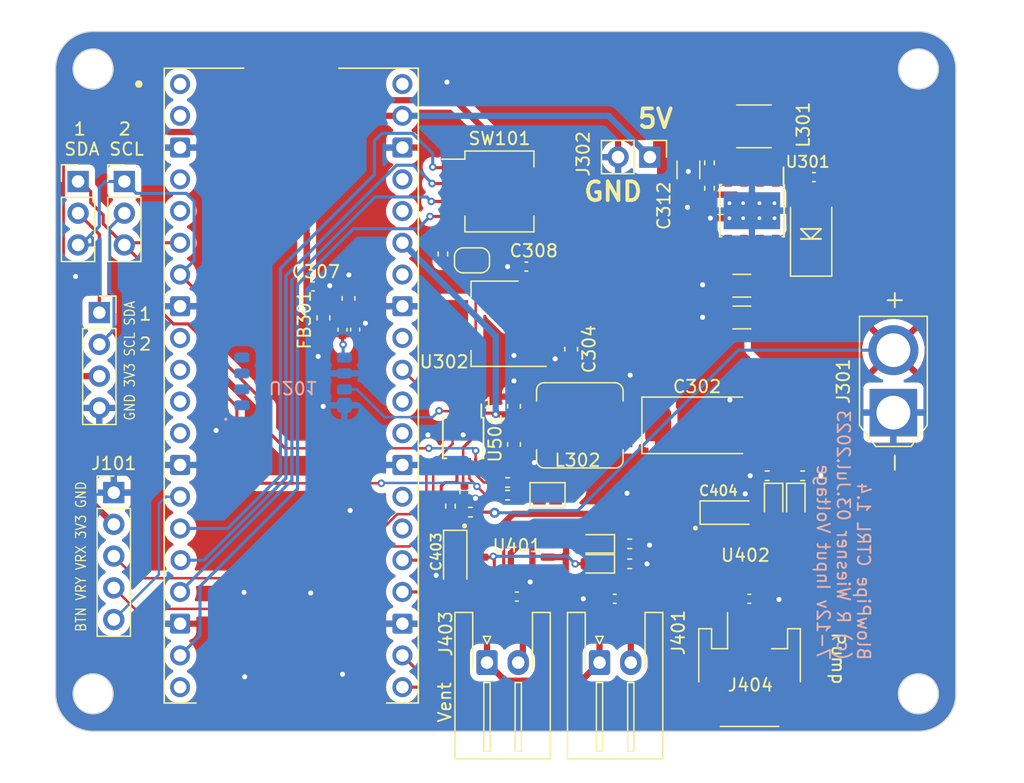
<source format=kicad_pcb>
(kicad_pcb (version 20221018) (generator pcbnew)
  (layers (0 "F.Cu" signal) (31 "B.Cu" signal) (34 "B.Paste" user) (35 "F.Paste" user) (36 "B.SilkS" user "B.Silkscreen") (37 "F.SilkS" user "F.Silkscreen") (38 "B.Mask" user) (39 "F.Mask" user) (44 "Edge.Cuts" user))
  (net 0 "")
  (net 1 "GND")
  (net 2 "/I2C0_SDA")
  (net 3 "/I2C0_SCL")
  (net 6 "/DIP0")
  (net 7 "/DIP1")
  (net 8 "+3.3VA")
  (net 9 "+12V")
  (net 10 "+5V")
  (net 11 "+3.3V")
  (net 12 "+5VA")
  (net 13 "/Power Input/5Vvar")
  (net 14 "/SW_PUMP_1")
  (net 15 "/VRX")
  (net 16 "/VRY")
  (net 17 "/BTN")
  (net 18 "/Pressure1")
  (net 19 "/ADCrdy")
  (net 20 "/SW_PUMP_0")
  (net 21 "/SW_AIRSWITCH_0")
  (net 22 "/SW_AIRSWITCH_1")
  (net 23 "/DIP2")
  (net 24 "/DIP3")
  (net 35 "/Switch x2/MOTO11LED")
  (net 36 "/Switch x2/MOTO21LED")
  (net 37 "/Switch x2/MOTO12LED")
  (net 38 "/Switch x2/MOTO22LED")
  (net 39 "/Switch x2/Mout_1_1")
  (net 40 "/Switch x2/Mout_1_2")
  (net 41 "/Switch x2/Mout_2_1")
  (net 42 "/Switch x2/Mout_2_2")
  (net 43 "/ADC_I2C/ADS_addrSel")
  (net 44 "/ADC_I2C/i2cpull_sup")
  (net 45 "/ADC_I2C/ANin3")
  (net 50 "Net-(U301-BOOT)")
  (net 54 "/Power Input/Vsense")
  (net 55 "/EN_B")
  (net 56 "/EN_A")
  (net 57 "/display/vA")
  (net 58 "/display/vB")
  (footprint "LED_SMD:LED_0603_1608Metric" (layer "F.Cu") (at 117.8 83.64 -90)
    (fp_text reference "D404" hide)
    (fp_text value "LED")
  )
  (footprint "Resistor_SMD:R_0402_1005Metric" (layer "F.Cu") (at 94.752 82.088 180)
    (fp_text reference "R503" hide)
    (fp_text value "2K")
  )
  (footprint "Capacitor_Tantalum_SMD:CP_EIA-7343-31_Kemet-D" (layer "F.Cu") (at 109.898 77.516)
    (fp_text reference "C302")
    (fp_text value "220uF")
  )
  (footprint "LED_SMD:LED_0603_1608Metric" (layer "F.Cu") (at 101.8125 88.6 180)
    (fp_text reference "D403" hide)
    (fp_text value "LED")
  )
  (footprint "Inductor_SMD:L_0603_1608Metric" (layer "F.Cu") (at 80.02 68.9183 -90)
    (fp_text reference "FB301")
    (fp_text value "FerriteBead")
  )
  (footprint "Resistor_SMD:R_0402_1005Metric" (layer "F.Cu") (at 89.5748 63.8028 90)
    (fp_text reference "R501" hide)
    (fp_text value "2K")
  )
  (footprint "Capacitor_SMD:C_0603_1608Metric" (layer "F.Cu") (at 95.26 79.04 -90)
    (fp_text reference "C305" hide)
    (fp_text value "1uF")
  )
  (footprint "Package_TO_SOT_SMD:SOT-223" (layer "F.Cu") (at 93.736 69.388 180)
    (fp_text reference "U302")
    (fp_text value "AMS1117-3.3")
  )
  (footprint "Capacitor_SMD:C_0402_1005Metric" (layer "F.Cu") (at 114.08 91.4 180)
    (fp_text reference "C402" hide)
    (fp_text value "100nF")
  )
  (footprint "Connector_PinSocket_2.54mm:PinSocket_1x04_P2.54mm_Vertical" (layer "F.Cu") (at 62.1 68.5)
    (fp_text reference "J501" hide)
    (fp_text value "I2Cdisp1")
  )
  (footprint "Capacitor_SMD:C_0402_1005Metric" (layer "F.Cu") (at 82.56 69.858 90)
    (fp_text reference "C201" hide)
    (fp_text value "100nF")
  )
  (footprint "Connector_JST:JST_PH_S2B-PH-SM4-TB_1x02-1MP_P2.00mm_Horizontal" (layer "F.Cu") (at 114.1 97.1)
    (fp_text reference "J404")
    (fp_text value "Pump")
  )
  (footprint "Capacitor_SMD:C_0402_1005Metric" (layer "F.Cu") (at 103.32 91.4 180)
    (fp_text reference "C405" hide)
    (fp_text value "100nF")
  )
  (footprint "Capacitor_SMD:C_1206_3216Metric" (layer "F.Cu") (at 113.4836 66.3448 180)
    (fp_text reference "C310" hide)
    (fp_text value "10uF")
  )
  (footprint "Jumper:SolderJumper-2_P1.3mm_Open_RoundedPad1.0x1.5mm" (layer "F.Cu") (at 91.9012 64.3128)
    (fp_text reference "JP501" hide)
    (fp_text value "ADS_ADDR")
  )
  (footprint "Connector_JST:JST_XH_S2B-XH-A-1_1x02_P2.50mm_Horizontal" (layer "F.Cu") (at 102.1 96.5)
    (fp_text reference "J401")
    (fp_text value "Valve")
  )
  (footprint "Resistor_SMD:R_0402_1005Metric" (layer "F.Cu") (at 118.34 81.55)
    (fp_text reference "R404" hide)
    (fp_text value "510R")
  )
  (footprint "Connector_PinHeader_2.54mm:PinHeader_1x03_P2.54mm_Vertical" (layer "F.Cu") (at 60.4 58)
    (fp_text reference "J503" hide)
    (fp_text value "Conn_01x03_Pin")
  )
  (footprint "Capacitor_SMD:C_1206_3216Metric" (layer "F.Cu") (at 113.4836 68.8848 180)
    (fp_text reference "C301" hide)
    (fp_text value "10uF")
  )
  (footprint "Package_SO:TI_SO-PowerPAD-8_ThermalVias" (layer "F.Cu") (at 114.289 60.3428 -90)
    (fp_text reference "U301")
    (fp_text value "TPS5430DDA")
  )
  (footprint "Resistor_SMD:R_0402_1005Metric" (layer "F.Cu") (at 94.752 83.104 180)
    (fp_text reference "R502" hide)
    (fp_text value "2K")
  )
  (footprint "Capacitor_SMD:C_0402_1005Metric" (layer "F.Cu") (at 119.249 57.6538)
    (fp_text reference "C311" hide)
    (fp_text value "10nF")
  )
  (footprint "Capacitor_SMD:C_0402_1005Metric" (layer "F.Cu") (at 95.4912 91.2194 180)
    (fp_text reference "C401" hide)
    (fp_text value "100nF")
  )
  (footprint "Capacitor_SMD:C_0603_1608Metric" (layer "F.Cu") (at 95.262 75.992 90)
    (fp_text reference "C306" hide)
    (fp_text value "10uF")
  )
  (footprint "Capacitor_Tantalum_SMD:CP_EIA-3216-18_Kemet-A" (layer "F.Cu") (at 90.561 88.226 -90)
    (fp_text reference "C403")
    (fp_text value "10uF")
  )
  (footprint "Capacitor_SMD:C_0402_1005Metric" (layer "F.Cu") (at 79.1836 66.3956)
    (fp_text reference "C307")
    (fp_text value "1uF")
  )
  (footprint "Resistor_SMD:R_0402_1005Metric" (layer "F.Cu") (at 104.51 88.6)
    (fp_text reference "R403" hide)
    (fp_text value "510R")
  )
  (footprint "Capacitor_Tantalum_SMD:CP_EIA-3216-18_Kemet-A" (layer "F.Cu") (at 112.45 84.5)
    (fp_text reference "C404")
    (fp_text value "10uF")
  )
  (footprint "digikey:SOIC-10-1mm" (layer "F.Cu") (at 95.3073 88.0632)
    (fp_text reference "U401")
    (fp_text value "LV8548MC-AH")
  )
  (footprint "Capacitor_SMD:C_0603_1608Metric" (layer "F.Cu") (at 82.0266 67.3558 90)
    (fp_text reference "C303" hide)
    (fp_text value "10uF")
  )
  (footprint "Connector_PinHeader_2.54mm:PinHeader_1x03_P2.54mm_Vertical" (layer "F.Cu") (at 64.1 58)
    (fp_text reference "J504" hide)
    (fp_text value "Conn_01x03_Pin")
  )
  (footprint "Capacitor_SMD:C_0402_1005Metric" (layer "F.Cu") (at 91.3 82.88 -90)
    (fp_text reference "C501" hide)
    (fp_text value "100nF")
  )
  (footprint "Resistor_SMD:R_0402_1005Metric" (layer "F.Cu") (at 110.895 56.5128 -90)
    (fp_text reference "R301" hide)
    (fp_text value "10k")
  )
  (footprint "Package_SO:TSSOP-10_3x3mm_P0.5mm" (layer "F.Cu") (at 91.196 78.532 -90)
    (fp_text reference "U501")
    (fp_text value "ADS1015IDGS")
  )
  (footprint "Inductor_SMD:L_1812_4532Metric" (layer "F.Cu") (at 114.451 53.5898 180)
    (fp_text reference "L301")
    (fp_text value "FHW1812IF1R8JST")
  )
  (footprint "Resistor_SMD:R_0402_1005Metric" (layer "F.Cu") (at 91.7802 84.463 180)
    (fp_text reference "R101" hide)
    (fp_text value "6.04K")
  )
  (footprint "LED_SMD:LED_0603_1608Metric" (layer "F.Cu") (at 116.022 83.64 -90)
    (fp_text reference "D402" hide)
    (fp_text value "LED")
  )
  (footprint "Resistor_SMD:R_0402_1005Metric" (layer "F.Cu") (at 110.895 58.5448 -90)
    (fp_text reference "R302" hide)
    (fp_text value "3k24")
  )
  (footprint "Capacitor_SMD:C_0402_1005Metric" (layer "F.Cu") (at 96.248 64.816 180)
    (fp_text reference "C308")
    (fp_text value "100nF")
  )
  (footprint "digikey:SOIC-10-1mm" (layer "F.Cu") (at 113.77 88.2375)
    (fp_text reference "U402")
    (fp_text value "LV8548MC-AH")
  )
  (footprint "Connector_PinHeader_2.54mm:PinHeader_1x02_P2.54mm_Vertical" (layer "F.Cu") (at 106.125 56.05 -90)
    (fp_text reference "J302")
    (fp_text value "Conn_01x02_Pin")
  )
  (footprint "Diode_SMD:D_SMA" (layer "F.Cu") (at 119.023 62.0668 90)
    (fp_text reference "D301" hide)
    (fp_text value "B340A")
  )
  (footprint "Capacitor_SMD:C_1206_3216Metric" (layer "F.Cu") (at 109.209 57.072 -90)
    (fp_text reference "C312")
    (fp_text value "10uF")
  )
  (footprint "Button_Switch_SMD:SW_DIP_SPSTx04_Slide_Copal_CHS-04B_W7.62mm_P1.27mm" (layer "F.Cu") (at 94.096 58.801)
    (fp_text reference "SW101")
    (fp_text value "SW_DIP_x04")
  )
  (footprint "Jumper:SolderJumper-2_P1.3mm_Bridged_Pad1.0x1.5mm" (layer "F.Cu") (at 97.942 83.104)
    (fp_text reference "JP502" hide)
    (fp_text value "I2C_PULLUP")
  )
  (footprint "Capacitor_SMD:C_0603_1608Metric" (layer "F.Cu") (at 99.832 71.42 -90)
    (fp_text reference "C304")
    (fp_text value "10uF")
  )
  (footprint "Connector_AMASS:AMASS_XT30U-F_1x02_P5.0mm_Vertical" (layer "F.Cu") (at 125.6 76.5 90)
    (fp_text reference "J301")
    (fp_text value "Conn_01x02_Male")
  )
  (footprint "Connector_PinHeader_2.54mm:PinHeader_1x05_P2.54mm_Vertical" (layer "F.Cu") (at 63.256 82.9)
    (fp_text reference "J101")
    (fp_text value "Joystick")
  )
  (footprint "Connector_JST:JST_XH_S2B-XH-A-1_1x02_P2.50mm_Horizontal" (layer "F.Cu") (at 93.1 96.5)
    (fp_text reference "J403")
    (fp_text value "Valve")
  )
  (footprint "Capacitor_SMD:C_0402_1005Metric" (layer "F.Cu") (at 81.544 69.868 90)
    (fp_text reference "C309" hide)
    (fp_text value "100nF")
  )
  (footprint "LED_SMD:LED_0603_1608Metric" (layer "F.Cu") (at 101.8125 87 180)
    (fp_text reference "D401" hide)
    (fp_text value "LED")
  )
  (footprint "Resistor_SMD:R_0402_1005Metric" (layer "F.Cu") (at 115.51 81.55 180)
    (fp_text reference "R402" hide)
    (fp_text value "510R")
  )
  (footprint "PicoW:MODULE_SC0918" (layer "F.Cu") (at 77.447 74.337)
    (fp_text reference "A101" hide)
    (fp_text value "SC0918")
  )
  (footprint "Resistor_SMD:R_0402_1005Metric" (layer "F.Cu") (at 104.51 87)
    (fp_text reference "R401" hide)
    (fp_text value "510R")
  )
  (footprint "Resistor_SMD:R_0402_1005Metric" (layer "F.Cu") (at 90.18 83.9824 90)
    (fp_text reference "R102" hide)
    (fp_text value "1.8K")
  )
  (footprint "Inductor_SMD:L_Bourns_SRP7028A_7.3x6.6mm" (layer "F.Cu") (at 100.525 77.516 180)
    (fp_text reference "L302")
    (fp_text value "SMMS0630-330M")
  )
  (footprint "digikey:PG-DSOF-8-16" (layer "B.Cu") (at 77.6 74)
    (fp_text reference "U201")
    (fp_text value "KP229E3518XTMA1" hide)
  )
  (gr_line (start 119 62.6) (end 119.8 61.8) (stroke (width 0.15)) (layer "F.SilkS"))
  (gr_line (start 119.8 62.6) (end 119 62.6) (stroke (width 0.15)) (layer "F.SilkS"))
  (gr_line (start 118.2 62.6) (end 119.8 62.6) (stroke (width 0.15)) (layer "F.SilkS"))
  (gr_line (start 119.8 61.8) (end 118.2 61.8) (stroke (width 0.15)) (layer "F.SilkS"))
  (gr_line (start 118.2 61.8) (end 119 62.6) (stroke (width 0.15)) (layer "F.SilkS"))
  (gr_arc (start 130.6 99) (mid 129.72132 101.12132) (end 127.6 102) (stroke (width 0.1)) (layer "Edge.Cuts"))
  (gr_circle (center 61.6 49) (end 63.2 49) (stroke (width 0.1)) (fill none) (layer "Edge.Cuts"))
  (gr_line (start 127.6 102) (end 61.6 102) (stroke (width 0.1)) (layer "Edge.Cuts"))
  (gr_arc (start 58.6 49) (mid 59.47868 46.87868) (end 61.6 46) (stroke (width 0.1)) (layer "Edge.Cuts"))
  (gr_arc (start 127.6 46) (mid 129.72132 46.87868) (end 130.6 49) (stroke (width 0.1)) (layer "Edge.Cuts"))
  (gr_line (start 130.6 49) (end 130.6 99) (stroke (width 0.1)) (layer "Edge.Cuts"))
  (gr_arc (start 61.6 102) (mid 59.47868 101.12132) (end 58.6 99) (stroke (width 0.1)) (layer "Edge.Cuts"))
  (gr_line (start 61.6 46) (end 127.6 46) (stroke (width 0.1)) (layer "Edge.Cuts"))
  (gr_circle (center 127.6 49) (end 129.2 49) (stroke (width 0.1)) (fill none) (layer "Edge.Cuts"))
  (gr_line (start 58.6 99) (end 58.6 49) (stroke (width 0.1)) (layer "Edge.Cuts"))
  (gr_circle (center 127.6 99) (end 129.2 99) (stroke (width 0.1)) (fill none) (layer "Edge.Cuts"))
  (gr_circle (center 61.6 99) (end 63.2 99) (stroke (width 0.1)) (fill none) (layer "Edge.Cuts"))
  (gr_text "BlowPipe CTRL 1.4\n(c) R Wiesner 03.Jul.2023\n7-12v Input Voltage" (at 121.6 96.4 270) (layer "B.SilkS") (effects (font (size 1 1)) (justify left mirror)))
  (gr_text " 1\nSDA" (at 59.2 56) (layer "F.SilkS") (effects (font (size 1 1)) (justify left bottom)))
  (gr_text " 2\nSCL" (at 62.8 56) (layer "F.SilkS") (effects (font (size 1 1)) (justify left bottom)))
  (gr_text "Vent" (at 90.307 101.3794 90) (layer "F.SilkS") (effects (font (size 1 1)) (justify left bottom)))
  (gr_text "1" (at 65.2 69.2) (layer "F.SilkS") (effects (font (size 1 1)) (justify left bottom)))
  (gr_text "BTN VRY VRX 3V3 GND" (at 61.1 94.1 90) (layer "F.SilkS") (effects (font (size 0.8 0.7) (thickness 0.1)) (justify left bottom)))
  (gr_text "GND" (at 100.7 59.69) (layer "F.SilkS") (effects (font (size 1.5 1.5) (thickness 0.3) bold) (justify left bottom)))
  (gr_text "1" (at 93.228 75.738) (layer "F.SilkS") (effects (font (size 0.8 0.8))))
  (gr_text "Pump" (at 120.6 94 -90) (layer "F.SilkS") (effects (font (size 1 1)) (justify left bottom)))
  (gr_text "5V" (at 105.018 53.848) (layer "F.SilkS") (effects (font (size 1.5 1.5) (thickness 0.3) bold) (justify left bottom)))
  (gr_text "2" (at 65.2 71.6) (layer "F.SilkS") (effects (font (size 1 1)) (justify left bottom)))
  (gr_text "GND 3V3 SCL SDA" (at 65 77.2 90) (layer "F.SilkS") (effects (font (size 0.8 0.7) (thickness 0.1)) (justify left bottom)))
  (segment (start 97.9773 90.0632) (end 96.5676 90.0632) (width 0.5) (layer "F.Cu") (net 1))
  (segment (start 113.8 83.05) (end 113.75 83) (width 0.5) (layer "F.Cu") (net 1))
  (segment (start 112.009 68.8848) (end 112.0086 68.8848) (width 0.5) (layer "F.Cu") (net 1))
  (segment (start 116.44 91.44) (end 116.45 91.45) (width 0.5) (layer "F.Cu") (net 1))
  (segment (start 83.3412 69.378) (end 83.3772 69.342) (width 0.5) (layer "F.Cu") (net 1))
  (segment (start 115.707 59.952) (end 114.945 59.952) (width 0.5) (layer "F.Cu") (net 1))
  (segment (start 113.076 61.476) (end 113 61.4) (width 0.5) (layer "F.Cu") (net 1))
  (segment (start 110.97 60.9428) (end 110.962 60.9346) (width 0.5) (layer "F.Cu") (net 1))
  (segment (start 96.5676 90.0632) (end 96.5554 90.051) (width 0.5) (layer "F.Cu") (net 1))
  (segment (start 118.85 81.55) (end 119.8 81.55) (width 0.5) (layer "F.Cu") (net 1))
  (segment (start 89.0954 89.576) (end 89.037 89.5176) (width 0.5) (layer "F.Cu") (net 1))
  (segment (start 82.0266 66.5808) (end 82.0266 65.511) (width 0.5) (layer "F.Cu") (net 1))
  (segment (start 99.832 72.195) (end 98.549 72.195) (width 0.5) (layer "F.Cu") (net 1))
  (segment (start 112.009 66.3448) (end 112.009 68.8848) (width 0.5) (layer "F.Cu") (net 1))
  (segment (start 82.532 69.388) (end 82.56 69.416) (width 0.5) (layer "F.Cu") (net 1))
  (segment (start 112.598 77.516) (end 112.598 75.55) (width 1) (layer "F.Cu") (net 1))
  (segment (start 112.489 60.9428) (end 110.97 60.9428) (width 0.5) (layer "F.Cu") (net 1))
  (segment (start 112.0086 66.3448) (end 112.009 66.3448) (width 0.5) (layer "F.Cu") (net 1))
  (segment (start 106 87) (end 106.1 87.1) (width 0.5) (layer "F.Cu") (net 1))
  (segment (start 95.26 79.815) (end 96.2 79.815) (width 0.5) (layer "F.Cu") (net 1))
  (segment (start 90.18 83.4724) (end 91.1876 83.4724) (width 0.25) (layer "F.Cu") (net 1))
  (segment (start 109.209 58.547) (end 109.209 59.9948) (width 0.5) (layer "F.Cu") (net 1))
  (segment (start 91.1876 83.4724) (end 91.3 83.36) (width 0.25) (layer "F.Cu") (net 1))
  (segment (start 82.56 69.378) (end 83.3412 69.378) (width 0.5) (layer "F.Cu") (net 1))
  (segment (start 114.945 59.952) (end 114.662 60.235) (width 0.5) (layer "F.Cu") (net 1))
  (segment (start 98.549 72.195) (end 97.393 72.195) (width 0.5) (layer "F.Cu") (net 1))
  (segment (start 105.02 88.6) (end 105.9 88.6) (width 0.5) (layer "F.Cu") (net 1))
  (segment (start 95.768 64.816) (end 94.752 64.816) (width 0.5) (layer "F.Cu") (net 1))
  (segment (start 95.5 71.688) (end 95.26 71.928) (width 0.5) (layer "F.Cu") (net 1))
  (segment (start 113.8 84.5) (end 113.8 83.05) (width 0.5) (layer "F.Cu") (net 1))
  (segment (start 112.0086 68.8848) (end 110.363 68.8848) (width 0.5) (layer "F.Cu") (net 1))
  (segment (start 96.2 79.815) (end 96.8856 80.5006) (width 0.5) (layer "F.Cu") (net 1))
  (segment (start 109.209 59.9948) (end 109.133 60.071) (width 0.5) (layer "F.Cu") (net 1))
  (segment (start 82.0266 65.511) (end 82.0564 65.4812) (width 0.5) (layer "F.Cu") (net 1))
  (segment (start 97.393 72.195) (end 96.886 71.688) (width 0.5) (layer "F.Cu") (net 1))
  (segment (start 112.598 75.55) (end 112.532 75.484) (width 1) (layer "F.Cu") (net 1))
  (segment (start 91.196 76.382) (end 91.196 78.278) (width 0.2) (layer "F.Cu") (net 1))
  (segment (start 113.001 59.0548) (end 114.289 60.3428) (width 0.5) (layer "F.Cu") (net 1))
  (segment (start 115 81.55) (end 114.15 81.55) (width 0.5) (layer "F.Cu") (net 1))
  (segment (start 80.554 66.314) (end 80.528 66.34) (width 0.5) (layer "F.Cu") (net 1))
  (segment (start 92.1758 83.36) (end 92.1769 83.3611) (width 0.25) (layer "F.Cu") (net 1))
  (segment (start 90.561 89.576) (end 89.0954 89.576) (width 0.5) (layer "F.Cu") (net 1))
  (segment (start 95.262 75.217) (end 95.262 73.962) (width 0.5) (layer "F.Cu") (net 1))
  (segment (start 110.423 66.3448) (end 112.0086 66.3448) (width 0.5) (layer "F.Cu") (net 1))
  (segment (start 91.3 83.36) (end 92.1758 83.36) (width 0.25) (layer "F.Cu") (net 1))
  (segment (start 105.02 87) (end 106 87) (width 0.5) (layer "F.Cu") (net 1))
  (segment (start 96.886 71.688) (end 95.5 71.688) (width 0.5) (layer "F.Cu") (net 1))
  (segment (start 110.895 59.0548) (end 113.001 59.0548) (width 0.5) (layer "F.Cu") (net 1))
  (segment (start 115.707 59.698) (end 115.707 59.952) (width 0.5) (layer "F.Cu") (net 1))
  (segment (start 116.44 90.5) (end 116.44 91.44) (width 0.5) (layer "F.Cu") (net 1))
  (segment (start 95.262 73.962) (end 95.26 73.96) (width 0.5) (layer "F.Cu") (net 1))
  (via (at 112.532 75.484) (size 0.8) (drill 0.4) (layers "F.Cu" "B.Cu") (net 1))
  (via (at 109.2 57.2) (size 0.6) (drill 0.4) (layers "F.Cu" "B.Cu") (net 1))
  (via (at 110.347 66.2688) (size 0.8) (drill 0.4) (layers "F.Cu" "B.Cu") (net 1))
  (via (at 109.133 60.071) (size 0.8) (drill 0.4) (layers "F.Cu" "B.Cu") (net 1))
  (via (at 79.6 72) (size 0.6) (drill 0.4) (layers "F.Cu" "B.Cu") (net 1))
  (via (at 73.7252 97.6376) (size 0.6) (drill 0.4) (layers "F.Cu" "B.Cu") (net 1))
  (via (at 114.15 81.55) (size 0.8) (drill 0.4) (layers "F.Cu" "B.Cu") (net 1))
  (via (at 104.55 73.5) (size 0.6) (drill 0.4) (layers "F.Cu" "B.Cu") (net 1))
  (via (at 73.6744 90.8812) (size 0.6) (drill 0.4) (layers "F.Cu" "B.Cu") (net 1))
  (via (at 105.9 88.6) (size 0.8) (drill 0.4) (layers "F.Cu" "B.Cu") (net 1))
  (via (at 106.1 87.1) (size 0.8) (drill 0.4) (layers "F.Cu" "B.Cu") (net 1))
  (via (at 80.528 66.34) (size 0.8) (drill 0.4) (layers "F.Cu" "B.Cu") (net 1))
  (via (at 82.158 84.328) (size 0.6) (drill 0.4) (layers "F.Cu" "B.Cu") (net 1))
  (via (at 71.4392 77.9272) (size 0.6) (drill 0.4) (layers "F.Cu" "B.Cu") (net 1))
  (via (at 79.0084 90.932) (size 0.6) (drill 0.4) (layers "F.Cu" "B.Cu") (net 1))
  (via (at 94.752 64.816) (size 0.8) (drill 0.4) (layers "F.Cu" "B.Cu") (net 1))
  (via (at 82.0564 65.4812) (size 0.8) (drill 0.4) (layers "F.Cu" "B.Cu") (net 1))
  (via (at 95.26 71.928) (size 0.8) (drill 0.4) (layers "F.Cu" "B.Cu") (net 1))
  (via (at 80 76) (size 0.6) (drill 0.4) (layers "F.Cu" "B.Cu") (net 1))
  (via (at 110.347 68.8688) (size 0.8) (drill 0.4) (layers "F.Cu" "B.Cu") (net 1))
  (via (at 119.8 81.55) (size 0.8) (drill 0.4) (layers "F.Cu" "B.Cu") (net 1))
  (via (at 89.037 89.5176) (size 0.8) (drill 0.4) (layers "F.Cu" "B.Cu") (net 1))
  (via (at 98.549 72.195) (size 0.8) (drill 0.4) (layers "F.Cu" "B.Cu") (net 1))
  (via (at 92.1769 83.3611) (size 0.6) (drill 0.4) (layers "F.Cu" "B.Cu") (net 1))
  (via (at 83.3772 69.342) (size 0.8) (drill 0.4) (layers "F.Cu" "B.Cu") (net 1))
  (via (at 95.26 73.96) (size 0.8) (drill 0.4) (layers "F.Cu" "B.Cu") (net 1))
  (via (at 116.45 91.45) (size 0.8) (drill 0.4) (layers "F.Cu" "B.Cu") (net 1))
  (via (at 60.2 65.6) (size 0.6) (drill 0.4) (layers "F.Cu" "B.Cu") (net 1))
  (via (at 89.9 50.05) (size 0.6) (drill 0.4) (layers "F.Cu" "B.Cu") (net 1))
  (via (at 96.8856 80.5006) (size 0.8) (drill 0.4) (layers "F.Cu" "B.Cu") (net 1))
  (via (at 88.3766 78.2828) (size 0.6) (drill 0.4) (layers "F.Cu" "B.Cu") (net 1))
  (via (at 104.3 82.95) (size 0.6) (drill 0.4) (layers "F.Cu" "B.Cu") (net 1))
  (via (at 96.5554 90.051) (size 0.6) (drill 0.4) (layers "F.Cu" "B.Cu") (net 1))
  (via (at 110.962 60.9346) (size 0.8) (drill 0.4) (layers "F.Cu" "B.Cu") (net 1))
  (via (at 81.5484 97.4344) (size 0.6) (drill 0.4) (layers "F.Cu" "B.Cu") (net 1))
  (via (at 100.8 91.4) (size 0.6) (drill 0.4) (layers "F.Cu" "B.Cu") (net 1))
  (via (at 91.196 78.278) (size 0.8) (drill 0.4) (layers "F.Cu" "B.Cu") (net 1))
  (via (at 113.75 83) (size 0.8) (drill 0.4) (layers "F.Cu" "B.Cu") (net 1))
  (segment (start 91.196 78.278) (end 88.3814 78.278) (width 0.2) (layer "B.Cu") (net 1))
  (segment (start 88.3814 78.278) (end 88.3766 78.2828) (width 0.2) (layer "B.Cu") (net 1))
  (segment (start 73.1 76.019) (end 73.1 80.5) (width 0.25) (layer "F.Cu") (net 2))
  (segment (start 93.004 83.104) (end 92.3 82.4) (width 0.2) (layer "F.Cu") (net 2))
  (segment (start 61.0054 58.4054) (end 60.6 58) (width 0.25) (layer "F.Cu") (net 2))
  (segment (start 66.8 68.1725) (end 68.0275 69.4) (width 0.25) (layer "F.Cu") (net 2))
  (segment (start 73.1 80.5) (end 74.75 82.15) (width 0.25) (layer "F.Cu") (net 2))
  (segment (start 60.8054 58.4054) (end 60.4 58) (width 0.25) (layer "F.Cu") (net 2))
  (segment (start 62.4108 60.6892) (end 61.4108 59.6892) (width 0.25) (layer "F.Cu") (net 2))
  (segment (start 61.4108 59.6892) (end 61.4108 58.8108) (width 0.25) (layer "F.Cu") (net 2))
  (segment (start 64.1 63.08) (end 62.4108 61.3908) (width 0.25) (layer "F.Cu") (net 2))
  (segment (start 66.8 65.78) (end 66.8 68.1725) (width 0.25) (layer "F.Cu") (net 2))
  (segment (start 68.0275 69.4) (end 69.2 69.4) (width 0.25) (layer "F.Cu") (net 2))
  (segment (start 70.5405 73.4595) (end 73.1 76.019) (width 0.25) (layer "F.Cu") (net 2))
  (segment (start 69.2 69.4) (end 70.5405 70.7405) (width 0.25) (layer "F.Cu") (net 2))
  (segment (start 74.75 82.15) (end 77.58 82.15) (width 0.25) (layer "F.Cu") (net 2))
  (segment (start 62.4108 61.3908) (end 62.4108 60.6892) (width 0.25) (layer "F.Cu") (net 2))
  (segment (start 61.0054 58.4054) (end 60.8054 58.4054) (width 0.25) (layer "F.Cu") (net 2))
  (segment (start 91.696 80.682) (end 91.696 81.796) (width 0.2) (layer "F.Cu") (net 2))
  (segment (start 68.557 62.907) (end 64.273 62.907) (width 0.25) (layer "F.Cu") (net 2))
  (segment (start 70.5405 70.7405) (end 70.5405 73.4595) (width 0.25) (layer "F.Cu") (net 2))
  (segment (start 91.696 81.796) (end 92.3 82.4) (width 0.2) (layer "F.Cu") (net 2))
  (segment (start 64.1 63.08) (end 66.8 65.78) (width 0.25) (layer "F.Cu") (net 2))
  (segment (start 61.4108 58.8108) (end 61.0054 58.4054) (width 0.25) (layer "F.Cu") (net 2))
  (segment (start 94.242 83.104) (end 93.004 83.104) (width 0.2) (layer "F.Cu") (net 2))
  (segment (start 77.58 82.15) (end 84.65 82.15) (width 0.2) (layer "F.Cu") (net 2))
  (segment (start 64.273 62.907) (end 64.1 63.08) (width 0.25) (layer "F.Cu") (net 2))
  (via (at 84.65 82.15) (size 0.6) (drill 0.3) (layers "F.Cu" "B.Cu") (net 2))
  (via (at 92.3 82.4) (size 0.6) (drill 0.3) (layers "F.Cu" "B.Cu") (net 2))
  (segment (start 84.673 82.127) (end 92.027 82.127) (width 0.2) (layer "B.Cu") (net 2))
  (segment (start 84.65 82.15) (end 84.673 82.127) (width 0.2) (layer "B.Cu") (net 2))
  (segment (start 92.027 82.127) (end 92.3 82.4) (width 0.2) (layer "B.Cu") (net 2))
  (segment (start 92.196 79.554) (end 92.2 79.55) (width 0.2) (layer "F.Cu") (net 3))
  (segment (start 92.196 81.4356) (end 92.8484 82.088) (width 0.2) (layer "F.Cu") (net 3))
  (segment (start 71.2105 68.1005) (end 71.2105 71.5895) (width 0.25) (layer "F.Cu") (net 3))
  (segment (start 68.557 65.447) (end 71.2105 68.1005) (width 0.25) (layer "F.Cu") (net 3))
  (segment (start 92.8484 82.088) (end 94.242 82.088) (width 0.2) (layer "F.Cu") (net 3))
  (segment (start 76.95 79.35) (end 77.1 79.35) (width 0.25) (layer "F.Cu") (net 3))
  (segment (start 77.1 79.35) (end 88.45 79.35) (width 0.2) (layer "F.Cu") (net 3))
  (segment (start 75.6 78) (end 76.95 79.35) (width 0.25) (layer "F.Cu") (net 3))
  (segment (start 92.196 80.682) (end 92.196 81.4356) (width 0.2) (layer "F.Cu") (net 3))
  (segment (start 75.6 75.979) (end 75.6 78) (width 0.25) (layer "F.Cu") (net 3))
  (segment (start 71.2105 71.5895) (end 75.6 75.979) (width 0.25) (layer "F.Cu") (net 3))
  (segment (start 92.196 80.682) (end 92.196 79.554) (width 0.2) (layer "F.Cu") (net 3))
  (via (at 92.2 79.55) (size 0.6) (drill 0.3) (layers "F.Cu" "B.Cu") (net 3))
  (via (at 88.45 79.35) (size 0.6) (drill 0.3) (layers "F.Cu" "B.Cu") (net 3))
  (segment (start 88.45 79.35) (end 92 79.35) (width 0.2) (layer "B.Cu") (net 3))
  (segment (start 92 79.35) (end 92.2 79.55) (width 0.2) (layer "B.Cu") (net 3))
  (segment (start 62.1 61.58) (end 62.1 58.5) (width 0.25) (layer "B.Cu") (net 3))
  (segment (start 69.052 58.952) (end 69.682 59.582) (width 0.25) (layer "B.Cu") (net 3))
  (segment (start 69.682 59.582) (end 69.682 64.322) (width 0.25) (layer "B.Cu") (net 3))
  (segment (start 69.682 64.322) (end 68.557 65.447) (width 0.25) (layer "B.Cu") (net 3))
  (segment (start 65.052 58.952) (end 69.052 58.952) (width 0.25) (layer "B.Cu") (net 3))
  (segment (start 61.35 62.33) (end 62.1 61.58) (width 0.25) (layer "B.Cu") (net 3))
  (segment (start 61.5751 62.5551) (end 61.5751 63.08) (width 0.25) (layer "B.Cu") (net 3))
  (segment (start 60.4 63.08) (end 61.5751 63.08) (width 0.25) (layer "B.Cu") (net 3))
  (segment (start 61.35 62.33) (end 61.5751 62.5551) (width 0.25) (layer "B.Cu") (net 3))
  (segment (start 64.1 58) (end 65.052 58.952) (width 0.25) (layer "B.Cu") (net 3))
  (segment (start 62.1 58.5) (end 62.6 58) (width 0.25) (layer "B.Cu") (net 3))
  (segment (start 62.6 58) (end 64.1 58) (width 0.25) (layer "B.Cu") (net 3))
  (segment (start 60.6 63.08) (end 61.35 62.33) (width 0.25) (layer "B.Cu") (net 3))
  (segment (start 88.8128 56.896) (end 88.762 56.8452) (width 0.25) (layer "F.Cu") (net 6))
  (segment (start 90.286 56.896) (end 88.8128 56.896) (width 0.25) (layer "F.Cu") (net 6))
  (via (at 88.762 56.8452) (size 0.6) (drill 0.3) (layers "F.Cu" "B.Cu") (net 6))
  (segment (start 76.5772 79.9728) (end 76.5772 64.966) (width 0.25) (layer "B.Cu") (net 6))
  (segment (start 84.7 54.15) (end 87.1425 54.15) (width 0.25) (layer "B.Cu") (net 6))
  (segment (start 76.575 79.975) (end 76.5772 79.9728) (width 0.25) (layer "B.Cu") (net 6))
  (segment (start 84.1 54.75) (end 84.7 54.15) (width 0.25) (layer "B.Cu") (net 6))
  (segment (start 68.557 85.767) (end 72.3642 85.767) (width 0.25) (layer "B.Cu") (net 6))
  (segment (start 84.1 57.4432) (end 84.1 54.75) (width 0.25) (layer "B.Cu") (net 6))
  (segment (start 87.1425 54.15) (end 88.762 55.7695) (width 0.25) (layer "B.Cu") (net 6))
  (segment (start 76.5772 64.966) (end 84.1 57.4432) (width 0.25) (layer "B.Cu") (net 6))
  (segment (start 88.762 55.7695) (end 88.762 56.8452) (width 0.25) (layer "B.Cu") (net 6))
  (segment (start 76.575 81.5562) (end 76.575 79.975) (width 0.25) (layer "B.Cu") (net 6))
  (segment (start 72.3642 85.767) (end 76.575 81.5562) (width 0.25) (layer "B.Cu") (net 6))
  (segment (start 90.286 58.166) (end 88.7112 58.166) (width 0.25) (layer "F.Cu") (net 7))
  (via (at 88.7112 58.166) (size 0.6) (drill 0.3) (layers "F.Cu" "B.Cu") (net 7))
  (segment (start 85.871 56.702) (end 87.2472 56.702) (width 0.25) (layer "B.Cu") (net 7))
  (segment (start 70.4606 88.307) (end 77.0272 81.7404) (width 0.25) (layer "B.Cu") (net 7))
  (segment (start 77.0272 65.5458) (end 85.871 56.702) (width 0.25) (layer "B.Cu") (net 7))
  (segment (start 77.0272 81.7404) (end 77.0272 65.5458) (width 0.25) (layer "B.Cu") (net 7))
  (segment (start 68.5989 88.307) (end 70.4606 88.307) (width 0.25) (layer "B.Cu") (net 7))
  (segment (start 87.2472 56.702) (end 88.7112 58.166) (width 0.25) (layer "B.Cu") (net 7))
  (segment (start 91.196 80.682) (end 91.196 82.396) (width 0.2) (layer "F.Cu") (net 8))
  (segment (start 95.262 77.514) (end 95.262 78.263) (width 0.25) (layer "F.Cu") (net 8))
  (segment (start 93.7868 76.6398) (end 93.6852 76.5382) (width 0.25) (layer "F.Cu") (net 8))
  (segment (start 91.198 82.398) (end 91.2 82.4) (width 0.2) (layer "F.Cu") (net 8))
  (segment (start 95.262 76.767) (end 95.262 77.514) (width 0.25) (layer "F.Cu") (net 8))
  (segment (start 91.196 82.396) (end 91.198 82.398) (width 0.2) (layer "F.Cu") (net 8))
  (segment (start 91.5497 78.9497) (end 91.5463 78.9497) (width 0.25) (layer "F.Cu") (net 8))
  (segment (start 95.1348 76.6398) (end 95.262 76.767) (width 0.5) (layer "F.Cu") (net 8))
  (segment (start 91.198 82.398) (end 91.298 82.398) (width 0.25) (layer "F.Cu") (net 8))
  (segment (start 97.8 77.516) (end 95.264 77.516) (width 0.5) (layer "F.Cu") (net 8))
  (segment (start 92.733 77.7663) (end 91.5497 78.9497) (width 0.25) (layer "F.Cu") (net 8))
  (segment (start 92.733 76.5382) (end 92.733 77.7663) (width 0.25) (layer "F.Cu") (net 8))
  (segment (start 91.196 80.682) (end 91.196 79.3) (width 0.2) (layer "F.Cu") (net 8))
  (segment (start 91.298 82.398) (end 91.3 82.4) (width 0.25) (layer "F.Cu") (net 8))
  (segment (start 93.6852 76.5382) (end 92.733 76.5382) (width 0.25) (layer "F.Cu") (net 8))
  (segment (start 95.26 78.265) (end 95.26 76.769) (width 0.5) (layer "F.Cu") (net 8))
  (segment (start 95.262 77.514) (end 95.264 77.516) (width 0.25) (layer "F.Cu") (net 8))
  (segment (start 93.7868 76.6398) (end 95.1348 76.6398) (width 0.5) (layer "F.Cu") (net 8))
  (segment (start 91.5463 78.9497) (end 91.196 79.3) (width 0.25) (layer "F.Cu") (net 8))
  (segment (start 95.26 76.769) (end 95.262 76.767) (width 0.5) (layer "F.Cu") (net 8))
  (segment (start 95.262 78.263) (end 95.26 78.265) (width 0.25) (layer "F.Cu") (net 8))
  (via (at 93.7868 76.6398) (size 0.6) (drill 0.3) (layers "F.Cu" "B.Cu") (net 8))
  (segment (start 86.337 62.907) (end 93.8 70.37) (width 0.5) (layer "B.Cu") (net 8))
  (segment (start 93.8 70.37) (end 93.8 76.6266) (width 0.5) (layer "B.Cu") (net 8))
  (segment (start 93.8 76.6266) (end 93.7868 76.6398) (width 0.5) (layer "B.Cu") (net 8))
  (segment (start 92.2902 84.463) (end 93.6598 84.463) (width 0.25) (layer "F.Cu") (net 9))
  (segment (start 93.6598 84.463) (end 93.7106 84.5138) (width 0.25) (layer "F.Cu") (net 9))
  (via (at 93.7106 84.5138) (size 0.8) (drill 0.4) (layers "F.Cu" "B.Cu") (net 9))
  (segment (start 96.3268 84.5138) (end 96.5046 84.336) (width 0.25) (layer "B.Cu") (net 9))
  (segment (start 96.5046 84.336) (end 100.365 84.336) (width 0.25) (layer "B.Cu") (net 9))
  (segment (start 93.7106 84.5138) (end 96.3268 84.5138) (width 0.25) (layer "B.Cu") (net 9))
  (segment (start 113.201 71.5) (end 125.6 71.5) (width 0.25) (layer "B.Cu") (net 9))
  (segment (start 100.365 84.336) (end 113.201 71.5) (width 0.25) (layer "B.Cu") (net 9))
  (segment (start 107.198 55.597) (end 106.578 55.597) (width 0.5) (layer "F.Cu") (net 10))
  (segment (start 111.1 84.5) (end 111.1 86.2375) (width 0.5) (layer "F.Cu") (net 10))
  (segment (start 109.209 55.597) (end 107.198 55.597) (width 0.5) (layer "F.Cu") (net 10))
  (segment (start 78.6738 67.8514) (end 78.6738 62.1757) (width 0.5) (layer "F.Cu") (net 10))
  (segment (start 106.8 84.6) (end 111 84.6) (width 0.5) (layer "F.Cu") (net 10))
  (segment (start 90.561 86.876) (end 91.3738 86.0632) (width 0.5) (layer "F.Cu") (net 10))
  (segment (start 78.7036 62.2055) (end 78.7036 66.3956) (width 0.5) (layer "F.Cu") (net 10))
  (segment (start 95.2 84.6) (end 106.8 84.6) (width 0.5) (layer "F.Cu") (net 10))
  (segment (start 107.198 77.516) (end 107.198 74.4668) (width 1) (layer "F.Cu") (net 10))
  (segment (start 80.02 68.1308) (end 78.9532 68.1308) (width 0.5) (layer "F.Cu") (net 10))
  (segment (start 96.886 64.974) (end 96.728 64.816) (width 0.5) (layer "F.Cu") (net 10))
  (segment (start 82.0266 68.1308) (end 80.02 68.1308) (width 0.5) (layer "F.Cu") (net 10))
  (segment (start 107.198 53.6194) (end 107.198 55.597) (width 1) (layer "F.Cu") (net 10))
  (segment (start 107.198 55.597) (end 107.198 67.056) (width 1) (layer "F.Cu") (net 10))
  (segment (start 78.6738 56.5) (end 82.4268 52.747) (width 0.5) (layer "F.Cu") (net 10))
  (segment (start 106.578 55.597) (end 106.125 56.05) (width 0.5) (layer "F.Cu") (net 10))
  (segment (start 96.886 67.088) (end 107.166 67.088) (width 1) (layer "F.Cu") (net 10))
  (segment (start 106.786 74.8788) (end 106.786 77.516) (width 0.5) (layer "F.Cu") (net 10))
  (segment (start 107.198 74.4668) (end 107.198 67.056) (width 1) (layer "F.Cu") (net 10))
  (segment (start 107.198 74.4668) (end 106.786 74.8788) (width 0.5) (layer "F.Cu") (net 10))
  (segment (start 78.9532 68.1308) (end 78.6738 67.8514) (width 0.5) (layer "F.Cu") (net 10))
  (segment (start 106.786 77.516) (end 106.786 84.5855) (width 0.5) (layer "F.Cu") (net 10))
  (segment (start 96.886 67.088) (end 96.886 64.974) (width 0.5) (layer "F.Cu") (net 10))
  (segment (start 82.4268 52.747) (end 86.337 52.747) (width 0.5) (layer "F.Cu") (net 10))
  (segment (start 78.6738 62.1757) (end 78.6738 56.5) (width 0.5) (layer "F.Cu") (net 10))
  (segment (start 111 84.6) (end 111.1 84.5) (width 0.5) (layer "F.Cu") (net 10))
  (segment (start 78.6738 62.1757) (end 78.7036 62.2055) (width 0.5) (layer "F.Cu") (net 10))
  (segment (start 106.7855 77.516) (end 106.786 77.516) (width 0.5) (layer "F.Cu") (net 10))
  (segment (start 92.6373 86.0632) (end 93.7368 86.0632) (width 0.5) (layer "F.Cu") (net 10))
  (segment (start 91.3738 86.0632) (end 92.6373 86.0632) (width 0.5) (layer "F.Cu") (net 10))
  (segment (start 93.7368 86.0632) (end 95.2 84.6) (width 0.5) (layer "F.Cu") (net 10))
  (segment (start 106.786 84.5855) (end 106.8 84.6) (width 0.5) (layer "F.Cu") (net 10))
  (segment (start 107.166 67.088) (end 107.198 67.056) (width 1) (layer "F.Cu") (net 10))
  (segment (start 106.125 56.05) (end 102.822 52.747) (width 0.5) (layer "B.Cu") (net 10))
  (segment (start 102.822 52.747) (end 86.337 52.747) (width 0.5) (layer "B.Cu") (net 10))
  (segment (start 92.5512 64.3128) (end 93.7588 64.3128) (width 0.5) (layer "F.Cu") (net 11))
  (segment (start 75.3 51.497) (end 72.76 54.037) (width 0.5) (layer "F.Cu") (net 11))
  (segment (start 96.824 69.45) (end 96.886 69.388) (width 0.5) (layer "F.Cu") (net 11))
  (segment (start 98.575 69.388) (end 98.575 70.5822) (width 0.5) (layer "F.Cu") (net 11))
  (segment (start 72.76 54.037) (end 67.6878 54.037) (width 0.5) (layer "F.Cu") (net 11))
  (segment (start 67.6508 54) (end 60.6 54) (width 0.5) (layer "F.Cu") (net 11))
  (segment (start 103.25 77.516) (end 100.886 77.516) (width 0.5) (layer "F.Cu") (net 11))
  (segment (start 93.7588 64.3128) (end 93.7588 54.7158) (width 0.5) (layer "F.Cu") (net 11))
  (segment (start 101.356 74.722) (end 102.996 74.722) (width 1) (layer "F.Cu") (net 11))
  (segment (start 100.289 78.113) (end 100.289 82.7866) (width 0.5) (layer "F.Cu") (net 11))
  (segment (start 93.7588 54.7158) (end 90.54 51.497) (width 0.5) (layer "F.Cu") (net 11))
  (segment (start 60.6 54) (end 59.1 55.5) (width 0.5) (layer "F.Cu") (net 11))
  (segment (start 98.6386 70.645) (end 99.832 70.645) (width 0.5) (layer "F.Cu") (net 11))
  (segment (start 59.1 81.284) (end 63.256 85.44) (width 0.5) (layer "F.Cu") (net 11))
  (segment (start 93.7588 68.4876) (end 94.7212 69.45) (width 0.5) (layer "F.Cu") (net 11))
  (segment (start 93.7588 64.3128) (end 93.7588 68.4876) (width 0.5) (layer "F.Cu") (net 11))
  (segment (start 99.9718 83.104) (end 98.592 83.104) (width 0.5) (layer "F.Cu") (net 11))
  (segment (start 98.575 70.5822) (end 98.6382 70.6454) (width 0.5) (layer "F.Cu") (net 11))
  (segment (start 90.54 51.497) (end 75.3 51.497) (width 0.5) (layer "F.Cu") (net 11))
  (segment (start 103.25 74.976) (end 103.25 77.516) (width 1) (layer "F.Cu") (net 11))
  (segment (start 100.886 77.516) (end 100.289 78.113) (width 0.5) (layer "F.Cu") (net 11))
  (segment (start 98.6382 70.6454) (end 98.6386 70.645) (width 0.5) (layer "F.Cu") (net 11))
  (segment (start 102.996 74.722) (end 103.25 74.976) (width 1) (layer "F.Cu") (net 11))
  (segment (start 101.356 71.153) (end 101.356 74.722) (width 1) (layer "F.Cu") (net 11))
  (segment (start 99.832 70.645) (end 100.848 70.645) (width 1) (layer "F.Cu") (net 11))
  (segment (start 100.848 70.645) (end 101.356 71.153) (width 1) (layer "F.Cu") (net 11))
  (segment (start 59.1 55.5) (end 59.1 73.5) (width 0.5) (layer "F.Cu") (net 11))
  (segment (start 100.289 82.7866) (end 99.9718 83.104) (width 0.5) (layer "F.Cu") (net 11))
  (segment (start 94.7212 69.45) (end 96.824 69.45) (width 0.5) (layer "F.Cu") (net 11))
  (segment (start 96.886 69.388) (end 98.575 69.388) (width 0.5) (layer "F.Cu") (net 11))
  (segment (start 67.6878 54.037) (end 67.6508 54) (width 0.5) (layer "F.Cu") (net 11))
  (segment (start 62.1 73.58) (end 59.18 73.58) (width 0.5) (layer "F.Cu") (net 11))
  (segment (start 59.18 73.58) (end 59.1 73.5) (width 0.5) (layer "F.Cu") (net 11))
  (segment (start 59.1 73.5) (end 59.1 81.284) (width 0.5) (layer "F.Cu") (net 11))
  (segment (start 80.02 69.7058) (end 80.02 70.2644) (width 0.25) (layer "F.Cu") (net 12))
  (segment (start 81.544 71.001) (end 81.5948 71.0518) (width 0.25) (layer "F.Cu") (net 12))
  (segment (start 80.1036 70.348) (end 81.544 70.348) (width 0.25) (layer "F.Cu") (net 12))
  (segment (start 81.544 70.348) (end 82.532 70.348) (width 0.25) (layer "F.Cu") (net 12))
  (segment (start 82.532 70.348) (end 82.55 70.348) (width 0.25) (layer "F.Cu") (net 12))
  (segment (start 80.02 70.2644) (end 80.1036 70.348) (width 0.25) (layer "F.Cu") (net 12))
  (segment (start 82.55 70.348) (end 82.56 70.338) (width 0.25) (layer "F.Cu") (net 12))
  (segment (start 81.544 70.348) (end 81.544 71.001) (width 0.25) (layer "F.Cu") (net 12))
  (via (at 81.5948 71.0518) (size 0.6) (drill 0.3) (layers "F.Cu" "B.Cu") (net 12))
  (segment (start 81.6 71.99) (end 81.7 72.09) (width 0.5) (layer "B.Cu") (net 12))
  (segment (start 81.5948 71.0518) (end 81.5948 71.9848) (width 0.25) (layer "B.Cu") (net 12))
  (segment (start 81.5948 71.9848) (end 81.6 71.99) (width 0.25) (layer "B.Cu") (net 12))
  (segment (start 81.6 71.99) (end 81.7 72.09) (width 0.25) (layer "B.Cu") (net 12))
  (segment (start 114.388 85.6) (end 115 84.9882) (width 0.25) (layer "F.Cu") (net 14))
  (segment (start 111.1 87.2375) (end 109.462 87.2375) (width 0.25) (layer "F.Cu") (net 14))
  (segment (start 111.355 87.2375) (end 112.562 87.2375) (width 0.25) (layer "F.Cu") (net 14))
  (segment (start 112.562 87.2375) (end 114.2 85.6) (width 0.25) (layer "F.Cu") (net 14))
  (segment (start 111.355 87.2375) (end 111.1 87.2375) (width 0.25) (layer "F.Cu") (net 14))
  (segment (start 108 88.7) (end 108 97.2) (width 0.25) (layer "F.Cu") (net 14))
  (segment (start 111.355 89.2375) (end 112.015 88.5772) (width 0.25) (layer "F.Cu") (net 14))
  (segment (start 112.015 87.8978) (end 111.355 87.2375) (width 0.25) (layer "F.Cu") (net 14))
  (segment (start 108 97.2) (end 106.675 98.525) (width 0.25) (layer "F.Cu") (net 14))
  (segment (start 106.675 98.525) (end 88.935 98.525) (width 0.25) (layer "F.Cu") (net 14))
  (segment (start 88.935 98.525) (end 86.337 95.927) (width 0.25) (layer "F.Cu") (net 14))
  (segment (start 115 84.6) (end 115.172 84.4275) (width 0.25) (layer "F.Cu") (net 14))
  (segment (start 111.1 89.2375) (end 111.355 89.2375) (width 0.25) (layer "F.Cu") (net 14))
  (segment (start 111.1 87.2375) (end 111.355 87.2375) (width 0.25) (layer "F.Cu") (net 14))
  (segment (start 115 84.9882) (end 115 84.6) (width 0.25) (layer "F.Cu") (net 14))
  (segment (start 112.015 88.5772) (end 112.015 87.8978) (width 0.25) (layer "F.Cu") (net 14))
  (segment (start 115.172 84.4275) (end 116.022 84.4275) (width 0.25) (layer "F.Cu") (net 14))
  (segment (start 109.462 87.2375) (end 108 88.7) (width 0.25) (layer "F.Cu") (net 14))
  (segment (start 114.2 85.6) (end 114.388 85.6) (width 0.25) (layer "F.Cu") (net 14))
  (segment (start 65.023 89.747) (end 80.8014 89.747) (width 0.2) (layer "F.Cu") (net 15))
  (segment (start 87.4798 84.6242) (end 88.254 83.85) (width 0.2) (layer "F.Cu") (net 15))
  (segment (start 90.696 77.254) (end 90.696 76.382) (width 0.2) (layer "F.Cu") (net 15))
  (segment (start 63.256 87.98) (end 65.023 89.747) (width 0.2) (layer "F.Cu") (net 15))
  (segment (start 88.254 81.09) (end 90.35 78.994) (width 0.2) (layer "F.Cu") (net 15))
  (segment (start 80.8014 89.747) (end 85.9242 84.6242) (width 0.2) (layer "F.Cu") (net 15))
  (segment (start 90.35 78.994) (end 90.35 77.6) (width 0.2) (layer "F.Cu") (net 15))
  (segment (start 88.254 83.85) (end 88.254 81.09) (width 0.2) (layer "F.Cu") (net 15))
  (segment (start 90.35 77.6) (end 90.696 77.254) (width 0.2) (layer "F.Cu") (net 15))
  (segment (start 85.9242 84.6242) (end 87.4798 84.6242) (width 0.2) (layer "F.Cu") (net 15))
  (segment (start 86.899 87.207) (end 88.7988 85.3072) (width 0.2) (layer "F.Cu") (net 16))
  (segment (start 64.938 92.202) (end 80.126 92.202) (width 0.2) (layer "F.Cu") (net 16))
  (segment (start 89.418 80.682) (end 90.196 80.682) (width 0.2) (layer "F.Cu") (net 16))
  (segment (start 88.7988 81.3012) (end 89.418 80.682) (width 0.2) (layer "F.Cu") (net 16))
  (segment (start 85.121 87.207) (end 86.899 87.207) (width 0.2) (layer "F.Cu") (net 16))
  (segment (start 80.126 92.202) (end 85.121 87.207) (width 0.2) (layer "F.Cu") (net 16))
  (segment (start 88.7988 85.3072) (end 88.7988 81.3012) (width 0.2) (layer "F.Cu") (net 16))
  (segment (start 63.256 90.52) (end 64.938 92.202) (width 0.2) (layer "F.Cu") (net 16))
  (segment (start 63.256 93.06) (end 66.8628 89.4532) (width 0.2) (layer "B.Cu") (net 17))
  (segment (start 66.8628 83.7898) (end 67.4256 83.227) (width 0.2) (layer "B.Cu") (net 17))
  (segment (start 67.4256 83.227) (end 68.557 83.227) (width 0.2) (layer "B.Cu") (net 17))
  (segment (start 66.8628 89.4532) (end 66.8628 83.7898) (width 0.2) (layer "B.Cu") (net 17))
  (segment (start 89.27 76.3524) (end 89.4608 76.3524) (width 0.25) (layer "F.Cu") (net 18))
  (segment (start 90.196 76.382) (end 89.4904 76.382) (width 0.2) (layer "F.Cu") (net 18))
  (segment (start 89.4608 76.3524) (end 89.4904 76.382) (width 0.25) (layer "F.Cu") (net 18))
  (via (at 89.27 76.3524) (size 0.6) (drill 0.3) (layers "F.Cu" "B.Cu") (net 18))
  (segment (start 82.6938 74.64) (end 84.9142 76.8604) (width 0.2) (layer "B.Cu") (net 18))
  (segment (start 88.762 76.8604) (end 89.27 76.3524) (width 0.2) (layer "B.Cu") (net 18))
  (segment (start 84.9142 76.8604) (end 88.762 76.8604) (width 0.2) (layer "B.Cu") (net 18))
  (segment (start 81.7 74.64) (end 82.6938 74.64) (width 0.2) (layer "B.Cu") (net 18))
  (segment (start 91.696 75.607) (end 91.696 76.382) (width 0.2) (layer "F.Cu") (net 19))
  (segment (start 86.337 73.067) (end 88.77 75.5) (width 0.2) (layer "F.Cu") (net 19))
  (segment (start 88.77 75.5) (end 91.589 75.5) (width 0.2) (layer "F.Cu") (net 19))
  (segment (start 91.589 75.5) (end 91.696 75.607) (width 0.2) (layer "F.Cu") (net 19))
  (segment (start 108.7 97.2) (end 108.7 90.2) (width 0.25) (layer "F.Cu") (net 20))
  (segment (start 86.337 98.467) (end 87.567 98.467) (width 0.25) (layer "F.Cu") (net 20))
  (segment (start 106.9 99) (end 108.7 97.2) (width 0.25) (layer "F.Cu") (net 20))
  (segment (start 108.7 88.9) (end 109.362 88.2375) (width 0.25) (layer "F.Cu") (net 20))
  (segment (start 116.915 85.3123) (end 117 85.2275) (width 0.25) (layer "F.Cu") (net 20))
  (segment (start 88.1 99) (end 106.9 99) (width 0.25) (layer "F.Cu") (net 20))
  (segment (start 108.7 90.2) (end 108.7 88.9) (width 0.25) (layer "F.Cu") (net 20))
  (segment (start 87.567 98.467) (end 88.1 99) (width 0.25) (layer "F.Cu") (net 20))
  (segment (start 108.738 90.2375) (end 108.7 90.2) (width 0.25) (layer "F.Cu") (net 20))
  (segment (start 115.312 85.3123) (end 116.915 85.3123) (width 0.25) (layer "F.Cu") (net 20))
  (segment (start 111.355 90.2375) (end 113 88.5922) (width 0.25) (layer "F.Cu") (net 20))
  (segment (start 117 85.2275) (end 117 84.6) (width 0.25) (layer "F.Cu") (net 20))
  (segment (start 117.172 84.4275) (end 117.8 84.4275) (width 0.25) (layer "F.Cu") (net 20))
  (segment (start 109.362 88.2375) (end 111.1 88.2375) (width 0.25) (layer "F.Cu") (net 20))
  (segment (start 113.025 87.6) (end 115.312 85.3123) (width 0.25) (layer "F.Cu") (net 20))
  (segment (start 113 87.6) (end 113.025 87.6) (width 0.25) (layer "F.Cu") (net 20))
  (segment (start 117 84.6) (end 117.172 84.4275) (width 0.25) (layer "F.Cu") (net 20))
  (segment (start 113 88.5922) (end 113 87.6) (width 0.25) (layer "F.Cu") (net 20))
  (segment (start 111.1 90.2375) (end 111.355 90.2375) (width 0.25) (layer "F.Cu") (net 20))
  (segment (start 111.1 90.2375) (end 108.738 90.2375) (width 0.25) (layer "F.Cu") (net 20))
  (segment (start 92.6373 89.0632) (end 91.9008 89.0632) (width 0.25) (layer "F.Cu") (net 21))
  (segment (start 91.561 89.403) (end 91.561 90.808) (width 0.25) (layer "F.Cu") (net 21))
  (segment (start 95.3518 85.4482) (end 100.448 85.4482) (width 0.25) (layer "F.Cu") (net 21))
  (segment (start 94.45 87.0632) (end 94.45 86.35) (width 0.25) (layer "F.Cu") (net 21))
  (segment (start 94.4362 90.1138) (end 94.4362 87.077) (width 0.25) (layer "F.Cu") (net 21))
  (segment (start 92.6373 87.0632) (end 94.45 87.0632) (width 0.25) (layer "F.Cu") (net 21))
  (segment (start 93.703 90.847) (end 94.4362 90.1138) (width 0.25) (layer "F.Cu") (net 21))
  (segment (start 100.448 85.4482) (end 101.025 86.025) (width 0.25) (layer "F.Cu") (net 21))
  (segment (start 86.337 90.847) (end 91.6 90.847) (width 0.25) (layer "F.Cu") (net 21))
  (segment (start 91.6 90.847) (end 93.703 90.847) (width 0.25) (layer "F.Cu") (net 21))
  (segment (start 94.45 86.35) (end 95.3518 85.4482) (width 0.25) (layer "F.Cu") (net 21))
  (segment (start 91.561 90.808) (end 91.6 90.847) (width 0.25) (layer "F.Cu") (net 21))
  (segment (start 91.9008 89.0632) (end 91.561 89.403) (width 0.25) (layer "F.Cu") (net 21))
  (segment (start 94.4362 87.077) (end 94.45 87.0632) (width 0.25) (layer "F.Cu") (net 21))
  (segment (start 101.025 86.025) (end 101.025 87) (width 0.25) (layer "F.Cu") (net 21))
  (segment (start 93.6852 89.7716) (end 93.6852 88.0852) (width 0.25) (layer "F.Cu") (net 22))
  (segment (start 92.6373 88.0632) (end 93.5368 88.0632) (width 0.25) (layer "F.Cu") (net 22))
  (segment (start 86.337 88.307) (end 87.643 88.307) (width 0.25) (layer "F.Cu") (net 22))
  (segment (start 100.15 88.6) (end 101.025 88.6) (width 0.25) (layer "F.Cu") (net 22))
  (segment (start 87.8868 88.0632) (end 92.6373 88.0632) (width 0.25) (layer "F.Cu") (net 22))
  (segment (start 87.643 88.307) (end 87.8868 88.0632) (width 0.25) (layer "F.Cu") (net 22))
  (segment (start 92.6373 90.0632) (end 93.3936 90.0632) (width 0.25) (layer "F.Cu") (net 22))
  (segment (start 93.3936 90.0632) (end 93.6852 89.7716) (width 0.25) (layer "F.Cu") (net 22))
  (segment (start 93.5368 88.0632) (end 93.6 88) (width 0.25) (layer "F.Cu") (net 22))
  (segment (start 93.6852 88.0852) (end 93.6 88) (width 0.25) (layer "F.Cu") (net 22))
  (via (at 93.6 88) (size 0.6) (drill 0.3) (layers "F.Cu" "B.Cu") (net 22))
  (via (at 100.15 88.6) (size 0.6) (drill 0.3) (layers "F.Cu" "B.Cu") (net 22))
  (segment (start 99.5497 88) (end 100.15 88.6) (width 0.25) (layer "B.Cu") (net 22))
  (segment (start 93.6 88) (end 99.5497 88) (width 0.25) (layer "B.Cu") (net 22))
  (segment (start 88.65 59.6) (end 90.122 59.6) (width 0.25) (layer "F.Cu") (net 23))
  (segment (start 90.122 59.6) (end 90.286 59.436) (width 0.25) (layer "F.Cu") (net 23))
  (via (at 88.65 59.6) (size 0.6) (drill 0.3) (layers "F.Cu" "B.Cu") (net 23))
  (segment (start 88.2912 59.2412) (end 88.65 59.6) (width 0.25) (layer "B.Cu") (net 23))
  (segment (start 77.5 65.9) (end 84.1588 59.2412) (width 0.25) (layer "B.Cu") (net 23))
  (segment (start 84.1588 59.2412) (end 88.2912 59.2412) (width 0.25) (layer "B.Cu") (net 23))
  (segment (start 68.557 90.847) (end 77.5 81.904) (width 0.25) (layer "B.Cu") (net 23))
  (segment (start 77.5 81.904) (end 77.5 65.9) (width 0.25) (layer "B.Cu") (net 23))
  (segment (start 88.55 60.8) (end 90.192 60.8) (width 0.25) (layer "F.Cu") (net 24))
  (segment (start 90.192 60.8) (end 90.286 60.706) (width 0.25) (layer "F.Cu") (net 24))
  (via (at 88.55 60.8) (size 0.6) (drill 0.3) (layers "F.Cu" "B.Cu") (net 24))
  (segment (start 70.15 90.4) (end 77.95 82.6) (width 0.25) (layer "B.Cu") (net 24))
  (segment (start 82.418 61.782) (end 87.568 61.782) (width 0.25) (layer "B.Cu") (net 24))
  (segment (start 68.557 95.927) (end 70.15 94.334) (width 0.25) (layer "B.Cu") (net 24))
  (segment (start 70.15 94.334) (end 70.15 90.4) (width 0.25) (layer "B.Cu") (net 24))
  (segment (start 77.95 82.6) (end 77.95 66.25) (width 0.25) (layer "B.Cu") (net 24))
  (segment (start 87.568 61.782) (end 88.55 60.8) (width 0.25) (layer "B.Cu") (net 24))
  (segment (start 77.95 66.25) (end 82.418 61.782) (width 0.25) (layer "B.Cu") (net 24))
  (segment (start 102.6 87) (end 104 87) (width 0.25) (layer "F.Cu") (net 35))
  (segment (start 116.022 81.552) (end 116.02 81.55) (width 0.25) (layer "F.Cu") (net 36))
  (segment (start 116.022 82.8525) (end 116.022 81.552) (width 0.25) (layer "F.Cu") (net 36))
  (segment (start 102.6 88.6) (end 104 88.6) (width 0.25) (layer "F.Cu") (net 37))
  (segment (start 117.8 82.8525) (end 117.8 81.58) (width 0.25) (layer "F.Cu") (net 38))
  (segment (start 117.8 81.58) (end 117.83 81.55) (width 0.25) (layer "F.Cu") (net 38))
  (segment (start 99.1716 91.2194) (end 99.4002 90.9908) (width 0.5) (layer "F.Cu") (net 39))
  (segment (start 95.6 96.5) (end 95.9712 96.1288) (width 0.5) (layer "F.Cu") (net 39))
  (segment (start 104.6 92.2) (end 104.6 96.5) (width 0.5) (layer "F.Cu") (net 39))
  (segment (start 102.484 89.9) (end 103.8 91.2156) (width 0.5) (layer "F.Cu") (net 39))
  (segment (start 99.4002 89.9) (end 102.484 89.9) (width 0.5) (layer "F.Cu") (net 39))
  (segment (start 99.4256 86.4696) (end 99.4256 87.7904) (width 0.5) (layer "F.Cu") (net 39))
  (segment (start 99.4002 90.9908) (end 99.4002 89.9) (width 0.5) (layer "F.Cu") (net 39))
  (segment (start 99.0192 86.0632) (end 99.4256 86.4696) (width 0.5) (layer "F.Cu") (net 39))
  (segment (start 103.8 91.2156) (end 103.8 91.4) (width 0.5) (layer "F.Cu") (net 39))
  (segment (start 97.9773 86.0632) (end 99.0192 86.0632) (width 0.5) (layer "F.Cu") (net 39))
  (segment (start 103.8 91.4) (end 104.6 92.2) (width 0.5) (layer "F.Cu") (net 39))
  (segment (start 99.1528 88.0632) (end 97.9773 88.0632) (width 0.5) (layer "F.Cu") (net 39))
  (segment (start 99.4002 87.8158) (end 99.1528 88.0632) (width 0.5) (layer "F.Cu") (net 39))
  (segment (start 99.4256 87.7904) (end 99.4002 87.8158) (width 0.5) (layer "F.Cu") (net 39))
  (segment (start 99.4002 89.9) (end 99.4002 87.8158) (width 0.5) (layer "F.Cu") (net 39))
  (segment (start 99.4002 87.8158) (end 99.4256 87.7904) (width 0.5) (layer "F.Cu") (net 39))
  (segment (start 95.9712 96.1288) (end 95.9712 91.2194) (width 0.5) (layer "F.Cu") (net 39))
  (segment (start 95.9712 91.2194) (end 99.1716 91.2194) (width 0.5) (layer "F.Cu") (net 39))
  (segment (start 97.9773 89.0632) (end 96.9392 89.0632) (width 0.5) (layer "F.Cu") (net 40))
  (segment (start 95.0112 91.2194) (end 95.0112 87.7344) (width 0.5) (layer "F.Cu") (net 40))
  (segment (start 100.65 97.95) (end 94.55 97.95) (width 0.5) (layer "F.Cu") (net 40))
  (segment (start 102.1 92.14) (end 102.84 91.4) (width 0.5) (layer "F.Cu") (net 40))
  (segment (start 93.1 93.1306) (end 95.0112 91.2194) (width 0.5) (layer "F.Cu") (net 40))
  (segment (start 93.1 96.5) (end 93.1 93.1306) (width 0.5) (layer "F.Cu") (net 40))
  (segment (start 102.1 96.5) (end 102.1 92.14) (width 0.5) (layer "F.Cu") (net 40))
  (segment (start 95.6824 87.0632) (end 96.7332 87.0632) (width 0.5) (layer "F.Cu") (net 40))
  (segment (start 102.1 96.5) (end 100.65 97.95) (width 0.5) (layer "F.Cu") (net 40))
  (segment (start 95.0112 87.7344) (end 95.6824 87.0632) (width 0.5) (layer "F.Cu") (net 40))
  (segment (start 94.55 97.95) (end 93.1 96.5) (width 0.5) (layer "F.Cu") (net 40))
  (segment (start 96.7332 87.0632) (end 97.9773 87.0632) (width 0.5) (layer "F.Cu") (net 40))
  (segment (start 96.9392 89.0632) (end 96.7332 88.8572) (width 0.5) (layer "F.Cu") (net 40))
  (segment (start 96.7332 88.8572) (end 96.7332 87.0632) (width 0.5) (layer "F.Cu") (net 40))
  (segment (start 116.44 86.2375) (end 115.512 86.2375) (width 0.5) (layer "F.Cu") (net 41))
  (segment (start 116.44 88.2375) (end 114.762 88.2375) (width 0.5) (layer "F.Cu") (net 41))
  (segment (start 114.6 91.7) (end 114.6 90.05) (width 0.5) (layer "F.Cu") (net 41))
  (segment (start 114.6 87.15) (end 114.6 88.4) (width 0.5) (layer "F.Cu") (net 41))
  (segment (start 115.1 94.6) (end 115.1 94.25) (width 0.5) (layer "F.Cu") (net 41))
  (segment (start 115.1 94.25) (end 115.1 92.2) (width 0.5) (layer "F.Cu") (net 41))
  (segment (start 114.6 90.05) (end 114.56 90.09) (width 0.5) (layer "F.Cu") (net 41))
  (segment (start 114.56 90.09) (end 114.56 91.4) (width 0.5) (layer "F.Cu") (net 41))
  (segment (start 114.6 90.05) (end 114.6 88.4) (width 0.5) (layer "F.Cu") (net 41))
  (segment (start 114.762 88.2375) (end 114.6 88.4) (width 0.5) (layer "F.Cu") (net 41))
  (segment (start 115.1 92.2) (end 114.6 91.7) (width 0.5) (layer "F.Cu") (net 41))
  (segment (start 115.512 86.2375) (end 114.6 87.15) (width 0.5) (layer "F.Cu") (net 41))
  (segment (start 116.44 89.2375) (end 117.912 89.2375) (width 0.5) (layer "F.Cu") (net 42))
  (segment (start 116.44 87.2375) (end 117.338 87.2375) (width 0.5) (layer "F.Cu") (net 42))
  (segment (start 116.95 96.85) (end 113.25 96.85) (width 0.5) (layer "F.Cu") (net 42))
  (segment (start 117.338 87.2375) (end 117.95 87.85) (width 0.5) (layer "F.Cu") (net 42))
  (segment (start 113.6 91.74) (end 113.6 91.4) (width 0.5) (layer "F.Cu") (net 42))
  (segment (start 117.95 87.85) (end 117.95 89.2) (width 0.5) (layer "F.Cu") (net 42))
  (segment (start 113.25 96.85) (end 113.1 96.7) (width 0.5) (layer "F.Cu") (net 42))
  (segment (start 113.1 92.24) (end 113.6 91.74) (width 0.5) (layer "F.Cu") (net 42))
  (segment (start 117.95 95.85) (end 116.95 96.85) (width 0.5) (layer "F.Cu") (net 42))
  (segment (start 113.1 94.25) (end 113.1 92.24) (width 0.5) (layer "F.Cu") (net 42))
  (segment (start 117.95 89.2) (end 117.95 95.85) (width 0.5) (layer "F.Cu") (net 42))
  (segment (start 113.1 96.7) (end 113.1 94.25) (width 0.5) (layer "F.Cu") (net 42))
  (segment (start 117.912 89.2375) (end 117.95 89.2) (width 0.5) (layer "F.Cu") (net 42))
  (segment (start 113.6 91.74) (end 113.64 91.7) (width 0.5) (layer "F.Cu") (net 42))
  (segment (start 92.196 66.5276) (end 92.196 76.382) (width 0.2) (layer "F.Cu") (net 43))
  (segment (start 91.2512 65.5828) (end 92.196 66.5276) (width 0.2) (layer "F.Cu") (net 43))
  (segment (start 89.5748 64.3128) (end 91.2512 64.3128) (width 0.25) (layer "F.Cu") (net 43))
  (segment (start 91.2512 64.3128) (end 91.2512 65.5828) (width 0.2) (layer "F.Cu") (net 43))
  (segment (start 97.292 83.104) (end 95.262 83.104) (width 0.25) (layer "F.Cu") (net 44))
  (segment (start 95.262 82.088) (end 95.262 83.104) (width 0.25) (layer "F.Cu") (net 44))
  (segment (start 89.4434 84.3106) (end 89.4434 82.3802) (width 0.25) (layer "F.Cu") (net 45))
  (segment (start 89.6252 84.4924) (end 89.4434 84.3106) (width 0.25) (layer "F.Cu") (net 45))
  (segment (start 90.18 84.4924) (end 89.6252 84.4924) (width 0.25) (layer "F.Cu") (net 45))
  (segment (start 90.696 81.9859) (end 90.696 80.682) (width 0.25) (layer "F.Cu") (net 45))
  (segment (start 90.18 84.4924) (end 91.2408 84.4924) (width 0.25) (layer "F.Cu") (net 45))
  (segment (start 90.5837 82.0981) (end 90.696 81.9859) (width 0.25) (layer "F.Cu") (net 45))
  (segment (start 91.2408 84.4924) (end 91.2702 84.463) (width 0.25) (layer "F.Cu") (net 45))
  (segment (start 89.7255 82.0981) (end 90.5837 82.0981) (width 0.25) (layer "F.Cu") (net 45))
  (segment (start 89.4434 82.3802) (end 89.7255 82.0981) (width 0.25) (layer "F.Cu") (net 45))
  (segment (start 118.758 57.6428) (end 118.769 57.6538) (width 0.25) (layer "F.Cu") (net 50))
  (segment (start 116.194 57.6428) (end 118.758 57.6428) (width 0.25) (layer "F.Cu") (net 50))
  (segment (start 110.895 57.0228) (end 110.895 57.531) (width 0.25) (layer "F.Cu") (net 54))
  (segment (start 110.948 57.531) (end 110.895 57.531) (width 0.25) (layer "F.Cu") (net 54))
  (segment (start 110.895 57.531) (end 110.895 58.0348) (width 0.25) (layer "F.Cu") (net 54))
  (segment (start 112.2722 57.531) (end 112.384 57.6428) (width 0.25) (layer "F.Cu") (net 54))
  (segment (start 112.194 57.531) (end 112.2722 57.531) (width 0.25) (layer "F.Cu") (net 54))
  (segment (start 110.948 57.531) (end 112.194 57.531) (width 0.25) (layer "F.Cu") (net 54))
  (segment (start 60.4 60.54) (end 62.1 62.24) (width 0.25) (layer "F.Cu") (net 57))
  (segment (start 62.1 62.24) (end 62.1 68.5) (width 0.25) (layer "F.Cu") (net 57))
  (segment (start 62.925 61.715) (end 62.925 66.825) (width 0.25) (layer "B.Cu") (net 58))
  (segment (start 63.275 67.175) (end 63.275 69.865) (width 0.25) (layer "B.Cu") (net 58))
  (segment (start 63.275 69.865) (end 62.1 71.04) (width 0.25) (layer "B.Cu") (net 58))
  (segment (start 62.925 66.825) (end 63.275 67.175) (width 0.25) (layer "B.Cu") (net 58))
  (segment (start 64.1 60.54) (end 62.925 61.715) (width 0.25) (layer "B.Cu") (net 58))
  (zone (net 9) (net_name "+12V") (layer "F.Cu") (priority 4) (connect_pads thru_hole_only (clearance 0.508)) (min_thickness 0.25) (fill yes (thermal_gap 0.5) (thermal_bridge_width 0.5))
    (polygon (pts (xy 115.432 62.0014) (xy 115.4066 64.1096) (xy 116.2448 66) (xy 120.893 66) (xy 128.6 68) (xy 128.6 74) (xy 116.8 74) (xy 114.2 71.4) (xy 114.2 65) (xy 114.3906 63.9064) (xy 114.416 61.976) (xy 114.924 61.976)))
  )
  (zone (net 1) (net_name "GND") (layer "F.Cu") (priority 1) (connect_pads (clearance 0.508)) (min_thickness 0.25) (fill yes (thermal_gap 0.5) (thermal_bridge_width 0.5))
    (polygon (pts (xy 57.16 43.48) (xy 135.9 43.48) (xy 135.9 104.44) (xy 57.16 104.44)))
  )
  (zone (net 10) (net_name "+5V") (layer "F.Cu") (priority 2) (connect_pads yes (clearance 0.508)) (min_thickness 0.25) (fill yes (thermal_gap 0.5) (thermal_bridge_width 0.5))
    (polygon (pts (xy 112.927 56.3838) (xy 106.3896 56.3372) (xy 106.3896 51.689) (xy 112.927 51.6848)))
  )
  (zone (net 13) (net_name "/Power Input/5Vvar") (layer "F.Cu") (priority 3) (connect_pads yes (clearance 0.508)) (min_thickness 0.25) (fill yes (thermal_gap 0.5) (thermal_bridge_width 0.5))
    (polygon (pts (xy 115.975 51.5578) (xy 115.975 55.4948) (xy 119.15 55.4948) (xy 119.277 55.4948) (xy 119.277 56.2568) (xy 119.277 58.1618) (xy 120.293 58.1618) (xy 120.293 62.0988) (xy 115.848 62.0988) (xy 115.848 64.0038) (xy 117.245 65.5278) (xy 121.817 65.6548) (xy 121.817 51.5578)))
  )
  (zone (net 1) (net_name "GND") (layer "B.Cu") (connect_pads (clearance 0.508)) (min_thickness 0.254) (fill yes (thermal_gap 0.508) (thermal_bridge_width 0.508))
    (polygon (pts (xy 136.0524 102.6748) (xy 57.0584 102.6748) (xy 57.3124 43.7468) (xy 136.0524 43.7468)))
  )
)
</source>
